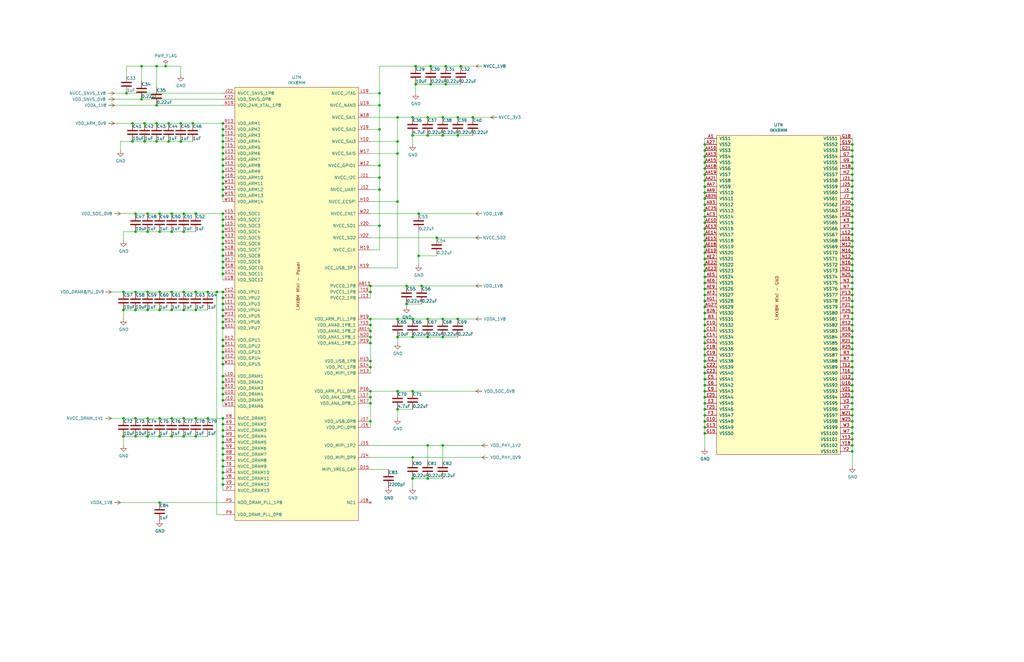
<source format=kicad_sch>
(kicad_sch (version 20231120) (generator "eeschema") (generator_version "8.0")
  (paper "USLedger")
  (title_block (title "kimχ micro") (date "2020-09-27") (rev "0.91") (company "GroupGets, LLC") (comment 2 "https://www.ohwr.org/project/cernohl/wikis/Documents/CERN-OHL-version-2") (comment 3 "Licensed CERN-OHL-S V.2") (comment 4 "Copyright © 2020 GroupGets, LLC"))
  (junction (at 297.18 165.1))
  (junction (at 160.02 44.45))
  (junction (at 297.18 162.56))
  (junction (at 359.41 162.56))
  (junction (at 297.18 137.16))
  (junction (at 297.18 175.26))
  (junction (at 359.41 182.88))
  (junction (at 76.2 52.07))
  (junction (at 93.98 74.93))
  (junction (at 72.39 184.15))
  (junction (at 93.98 191.77))
  (junction (at 186.69 134.62))
  (junction (at 171.45 120.65))
  (junction (at 93.98 62.23))
  (junction (at 62.23 176.53))
  (junction (at 193.04 134.62))
  (junction (at 297.18 119.38))
  (junction (at 156.21 142.24))
  (junction (at 297.18 182.88))
  (junction (at 87.63 176.53))
  (junction (at 297.18 68.58))
  (junction (at 297.18 139.7))
  (junction (at 359.41 99.06))
  (junction (at 59.69 41.91))
  (junction (at 173.99 142.24))
  (junction (at 359.41 177.8))
  (junction (at 60.96 52.07))
  (junction (at 93.98 72.39))
  (junction (at 156.21 137.16))
  (junction (at 175.26 35.56))
  (junction (at 297.18 127))
  (junction (at 297.18 104.14))
  (junction (at 359.41 124.46))
  (junction (at 77.47 123.19))
  (junction (at 359.41 78.74))
  (junction (at 297.18 147.32))
  (junction (at 297.18 144.78))
  (junction (at 67.31 123.19))
  (junction (at 62.23 130.81))
  (junction (at 93.98 59.69))
  (junction (at 359.41 165.1))
  (junction (at 82.55 90.17))
  (junction (at 93.98 158.75))
  (junction (at 66.04 52.07))
  (junction (at 93.98 130.81))
  (junction (at 359.41 86.36))
  (junction (at 160.02 74.93))
  (junction (at 297.18 86.36))
  (junction (at 52.07 184.15))
  (junction (at 93.98 153.67))
  (junction (at 176.53 107.95))
  (junction (at 62.23 184.15))
  (junction (at 297.18 142.24))
  (junction (at 173.99 165.1))
  (junction (at 52.07 123.19))
  (junction (at 167.64 49.53))
  (junction (at 297.18 149.86))
  (junction (at 180.34 57.15))
  (junction (at 181.61 27.94))
  (junction (at 93.98 128.27))
  (junction (at 156.21 123.19))
  (junction (at 297.18 167.64))
  (junction (at 93.98 67.31))
  (junction (at 93.98 97.79))
  (junction (at 297.18 134.62))
  (junction (at 93.98 102.87))
  (junction (at 359.41 66.04))
  (junction (at 76.2 59.69))
  (junction (at 57.15 130.81))
  (junction (at 180.34 134.62))
  (junction (at 359.41 139.7))
  (junction (at 359.41 160.02))
  (junction (at 297.18 157.48))
  (junction (at 93.98 146.05))
  (junction (at 67.31 130.81))
  (junction (at 93.98 125.73))
  (junction (at 71.12 59.69))
  (junction (at 69.85 27.94))
  (junction (at 359.41 91.44))
  (junction (at 180.34 201.93))
  (junction (at 93.98 90.17))
  (junction (at 186.69 187.96))
  (junction (at 297.18 111.76))
  (junction (at 173.99 134.62))
  (junction (at 171.45 128.27))
  (junction (at 359.41 73.66))
  (junction (at 359.41 68.58))
  (junction (at 52.07 176.53))
  (junction (at 82.55 184.15))
  (junction (at 297.18 170.18))
  (junction (at 297.18 91.44))
  (junction (at 77.47 176.53))
  (junction (at 93.98 168.91))
  (junction (at 57.15 97.79))
  (junction (at 297.18 109.22))
  (junction (at 359.41 175.26))
  (junction (at 173.99 49.53))
  (junction (at 62.23 123.19))
  (junction (at 160.02 39.37))
  (junction (at 93.98 151.13))
  (junction (at 160.02 54.61))
  (junction (at 199.39 49.53))
  (junction (at 297.18 93.98))
  (junction (at 359.41 185.42))
  (junction (at 193.04 57.15))
  (junction (at 156.21 177.8))
  (junction (at 93.98 143.51))
  (junction (at 67.31 97.79))
  (junction (at 359.41 101.6))
  (junction (at 186.69 57.15))
  (junction (at 359.41 109.22))
  (junction (at 297.18 154.94))
  (junction (at 91.44 123.19))
  (junction (at 359.41 129.54))
  (junction (at 67.31 184.15))
  (junction (at 66.04 44.45))
  (junction (at 184.15 100.33))
  (junction (at 297.18 180.34))
  (junction (at 297.18 99.06))
  (junction (at 156.21 144.78))
  (junction (at 93.98 123.19))
  (junction (at 359.41 167.64))
  (junction (at 67.31 176.53))
  (junction (at 180.34 49.53))
  (junction (at 93.98 57.15))
  (junction (at 57.15 123.19))
  (junction (at 93.98 105.41))
  (junction (at 359.41 147.32))
  (junction (at 156.21 120.65))
  (junction (at 297.18 88.9))
  (junction (at 297.18 63.5))
  (junction (at 93.98 113.03))
  (junction (at 156.21 139.7))
  (junction (at 93.98 184.15))
  (junction (at 93.98 133.35))
  (junction (at 55.88 52.07))
  (junction (at 66.04 27.94))
  (junction (at 167.64 165.1))
  (junction (at 297.18 76.2))
  (junction (at 93.98 107.95))
  (junction (at 93.98 138.43))
  (junction (at 77.47 130.81))
  (junction (at 187.96 27.94))
  (junction (at 93.98 166.37))
  (junction (at 359.41 180.34))
  (junction (at 93.98 148.59))
  (junction (at 180.34 142.24))
  (junction (at 156.21 167.64))
  (junction (at 297.18 116.84))
  (junction (at 60.96 59.69))
  (junction (at 359.41 152.4))
  (junction (at 297.18 73.66))
  (junction (at 359.41 127))
  (junction (at 67.31 212.09))
  (junction (at 82.55 123.19))
  (junction (at 93.98 186.69))
  (junction (at 359.41 83.82))
  (junction (at 359.41 157.48))
  (junction (at 297.18 129.54))
  (junction (at 359.41 63.5))
  (junction (at 359.41 137.16))
  (junction (at 81.28 52.07))
  (junction (at 359.41 88.9))
  (junction (at 297.18 152.4))
  (junction (at 180.34 187.96))
  (junction (at 72.39 123.19))
  (junction (at 176.53 90.17))
  (junction (at 156.21 154.94))
  (junction (at 82.55 130.81))
  (junction (at 93.98 181.61))
  (junction (at 297.18 114.3))
  (junction (at 359.41 60.96))
  (junction (at 359.41 142.24))
  (junction (at 359.41 134.62))
  (junction (at 297.18 132.08))
  (junction (at 181.61 35.56))
  (junction (at 359.41 96.52))
  (junction (at 53.34 39.37))
  (junction (at 167.64 59.69))
  (junction (at 193.04 49.53))
  (junction (at 173.99 57.15))
  (junction (at 297.18 60.96))
  (junction (at 297.18 83.82))
  (junction (at 59.69 27.94))
  (junction (at 359.41 71.12))
  (junction (at 93.98 52.07))
  (junction (at 297.18 66.04))
  (junction (at 359.41 81.28))
  (junction (at 62.23 97.79))
  (junction (at 160.02 69.85))
  (junction (at 72.39 97.79))
  (junction (at 359.41 104.14))
  (junction (at 77.47 184.15))
  (junction (at 177.8 120.65))
  (junction (at 82.55 176.53))
  (junction (at 297.18 71.12))
  (junction (at 93.98 92.71))
  (junction (at 359.41 154.94))
  (junction (at 93.98 199.39))
  (junction (at 297.18 124.46))
  (junction (at 167.64 142.24))
  (junction (at 93.98 161.29))
  (junction (at 71.12 52.07))
  (junction (at 93.98 80.01))
  (junction (at 186.69 142.24))
  (junction (at 173.99 201.93))
  (junction (at 55.88 59.69))
  (junction (at 359.41 132.08))
  (junction (at 93.98 204.47))
  (junction (at 93.98 54.61))
  (junction (at 167.64 64.77))
  (junction (at 359.41 119.38))
  (junction (at 359.41 114.3))
  (junction (at 57.15 184.15))
  (junction (at 93.98 82.55))
  (junction (at 297.18 101.6))
  (junction (at 359.41 116.84))
  (junction (at 173.99 193.04))
  (junction (at 359.41 170.18))
  (junction (at 156.21 134.62))
  (junction (at 93.98 176.53))
  (junction (at 93.98 77.47))
  (junction (at 186.69 49.53))
  (junction (at 359.41 106.68))
  (junction (at 67.31 90.17))
  (junction (at 194.31 27.94))
  (junction (at 297.18 78.74))
  (junction (at 57.15 90.17))
  (junction (at 72.39 176.53))
  (junction (at 297.18 177.8))
  (junction (at 156.21 152.4))
  (junction (at 52.07 130.81))
  (junction (at 359.41 144.78))
  (junction (at 156.21 165.1))
  (junction (at 57.15 176.53))
  (junction (at 72.39 130.81))
  (junction (at 87.63 123.19))
  (junction (at 93.98 100.33))
  (junction (at 160.02 95.25))
  (junction (at 156.21 170.18))
  (junction (at 93.98 196.85))
  (junction (at 62.23 90.17))
  (junction (at 72.39 90.17))
  (junction (at 175.26 27.94))
  (junction (at 359.41 76.2))
  (junction (at 93.98 64.77))
  (junction (at 93.98 69.85))
  (junction (at 187.96 35.56))
  (junction (at 93.98 115.57))
  (junction (at 93.98 163.83))
  (junction (at 359.41 121.92))
  (junction (at 297.18 172.72))
  (junction (at 160.02 80.01))
  (junction (at 167.64 134.62))
  (junction (at 93.98 110.49))
  (junction (at 93.98 179.07))
  (junction (at 77.47 97.79))
  (junction (at 93.98 135.89))
  (junction (at 93.98 194.31))
  (junction (at 167.64 172.72))
  (junction (at 297.18 81.28))
  (junction (at 359.41 111.76))
  (junction (at 93.98 95.25))
  (junction (at 93.98 201.93))
  (junction (at 297.18 106.68))
  (junction (at 93.98 189.23))
  (junction (at 167.64 85.09))
  (junction (at 359.41 149.86))
  (junction (at 359.41 172.72))
  (junction (at 66.04 59.69))
  (junction (at 77.47 90.17))
  (junction (at 297.18 96.52))
  (junction (at 297.18 121.92))
  (junction (at 297.18 160.02))
  (junction (at 359.41 190.5))
  (junction (at 359.41 93.98))
  (junction (at 359.41 187.96))
  (wire (pts (xy 50.8 59.69) (xy 55.88 59.69)))
  (wire (pts (xy 44.45 123.19) (xy 52.07 123.19)))
  (wire (pts (xy 93.98 52.07) (xy 93.98 54.61)))
  (wire (pts (xy 359.41 83.82) (xy 359.41 81.28)))
  (wire (pts (xy 297.18 144.78) (xy 297.18 147.32)))
  (wire (pts (xy 173.99 193.04) (xy 156.21 193.04)))
  (wire (pts (xy 160.02 39.37) (xy 156.21 39.37)))
  (wire (pts (xy 57.15 184.15) (xy 62.23 184.15)))
  (wire (pts (xy 93.98 135.89) (xy 93.98 138.43)))
  (wire (pts (xy 297.18 149.86) (xy 297.18 152.4)))
  (wire (pts (xy 359.41 68.58) (xy 359.41 66.04)))
  (wire (pts (xy 62.23 184.15) (xy 67.31 184.15)))
  (wire (pts (xy 93.98 151.13) (xy 93.98 153.67)))
  (wire (pts (xy 171.45 128.27) (xy 177.8 128.27)))
  (wire (pts (xy 177.8 120.65) (xy 171.45 120.65)))
  (wire (pts (xy 167.64 113.03) (xy 156.21 113.03)))
  (wire (pts (xy 93.98 128.27) (xy 93.98 130.81)))
  (wire (pts (xy 91.44 217.17) (xy 93.98 217.17)))
  (wire (pts (xy 167.64 59.69) (xy 167.64 64.77)))
  (wire (pts (xy 359.41 129.54) (xy 359.41 127)))
  (wire (pts (xy 203.2 100.33) (xy 184.15 100.33)))
  (wire (pts (xy 297.18 91.44) (xy 297.18 93.98)))
  (wire (pts (xy 173.99 201.93) (xy 180.34 201.93)))
  (wire (pts (xy 93.98 95.25) (xy 93.98 97.79)))
  (wire (pts (xy 297.18 147.32) (xy 297.18 149.86)))
  (wire (pts (xy 62.23 97.79) (xy 67.31 97.79)))
  (wire (pts (xy 45.72 52.07) (xy 55.88 52.07)))
  (wire (pts (xy 67.31 90.17) (xy 72.39 90.17)))
  (wire (pts (xy 93.98 201.93) (xy 93.98 204.47)))
  (wire (pts (xy 67.31 123.19) (xy 72.39 123.19)))
  (wire (pts (xy 67.31 184.15) (xy 72.39 184.15)))
  (wire (pts (xy 93.98 100.33) (xy 93.98 102.87)))
  (wire (pts (xy 359.41 157.48) (xy 359.41 154.94)))
  (wire (pts (xy 160.02 27.94) (xy 160.02 39.37)))
  (wire (pts (xy 203.2 120.65) (xy 177.8 120.65)))
  (wire (pts (xy 359.41 99.06) (xy 359.41 96.52)))
  (wire (pts (xy 359.41 167.64) (xy 359.41 165.1)))
  (wire (pts (xy 205.74 193.04) (xy 173.99 193.04)))
  (wire (pts (xy 359.41 137.16) (xy 359.41 134.62)))
  (wire (pts (xy 359.41 63.5) (xy 359.41 60.96)))
  (wire (pts (xy 66.04 27.94) (xy 59.69 27.94)))
  (wire (pts (xy 181.61 35.56) (xy 187.96 35.56)))
  (wire (pts (xy 93.98 191.77) (xy 93.98 194.31)))
  (wire (pts (xy 297.18 66.04) (xy 297.18 68.58)))
  (wire (pts (xy 167.64 172.72) (xy 173.99 172.72)))
  (wire (pts (xy 67.31 97.79) (xy 72.39 97.79)))
  (wire (pts (xy 359.41 114.3) (xy 359.41 111.76)))
  (wire (pts (xy 48.26 212.09) (xy 67.31 212.09)))
  (wire (pts (xy 87.63 123.19) (xy 91.44 123.19)))
  (wire (pts (xy 186.69 187.96) (xy 205.74 187.96)))
  (wire (pts (xy 93.98 77.47) (xy 93.98 80.01)))
  (wire (pts (xy 186.69 194.31) (xy 186.69 187.96)))
  (wire (pts (xy 297.18 111.76) (xy 297.18 114.3)))
  (wire (pts (xy 87.63 176.53) (xy 93.98 176.53)))
  (wire (pts (xy 359.41 66.04) (xy 359.41 63.5)))
  (wire (pts (xy 59.69 34.29) (xy 59.69 27.94)))
  (wire (pts (xy 297.18 104.14) (xy 297.18 106.68)))
  (wire (pts (xy 297.18 71.12) (xy 297.18 73.66)))
  (wire (pts (xy 93.98 130.81) (xy 93.98 133.35)))
  (wire (pts (xy 359.41 180.34) (xy 359.41 177.8)))
  (wire (pts (xy 173.99 49.53) (xy 180.34 49.53)))
  (wire (pts (xy 180.34 194.31) (xy 180.34 187.96)))
  (wire (pts (xy 167.64 165.1) (xy 156.21 165.1)))
  (wire (pts (xy 160.02 95.25) (xy 160.02 105.41)))
  (wire (pts (xy 82.55 184.15) (xy 87.63 184.15)))
  (wire (pts (xy 297.18 175.26) (xy 297.18 177.8)))
  (wire (pts (xy 187.96 27.94) (xy 181.61 27.94)))
  (wire (pts (xy 93.98 67.31) (xy 93.98 69.85)))
  (wire (pts (xy 359.41 160.02) (xy 359.41 157.48)))
  (wire (pts (xy 72.39 90.17) (xy 77.47 90.17)))
  (wire (pts (xy 156.21 142.24) (xy 156.21 144.78)))
  (wire (pts (xy 66.04 44.45) (xy 93.98 44.45)))
  (wire (pts (xy 156.21 154.94) (xy 156.21 157.48)))
  (wire (pts (xy 60.96 52.07) (xy 66.04 52.07)))
  (wire (pts (xy 297.18 96.52) (xy 297.18 99.06)))
  (wire (pts (xy 167.64 85.09) (xy 156.21 85.09)))
  (wire (pts (xy 93.98 196.85) (xy 93.98 199.39)))
  (wire (pts (xy 93.98 133.35) (xy 93.98 135.89)))
  (wire (pts (xy 52.07 130.81) (xy 57.15 130.81)))
  (wire (pts (xy 186.69 134.62) (xy 193.04 134.62)))
  (wire (pts (xy 297.18 129.54) (xy 297.18 132.08)))
  (wire (pts (xy 163.83 198.12) (xy 156.21 198.12)))
  (wire (pts (xy 156.21 152.4) (xy 156.21 154.94)))
  (wire (pts (xy 156.21 167.64) (xy 156.21 170.18)))
  (wire (pts (xy 67.31 130.81) (xy 72.39 130.81)))
  (wire (pts (xy 93.98 189.23) (xy 93.98 191.77)))
  (wire (pts (xy 359.41 170.18) (xy 359.41 167.64)))
  (wire (pts (xy 186.69 142.24) (xy 193.04 142.24)))
  (wire (pts (xy 199.39 49.53) (xy 209.55 49.53)))
  (wire (pts (xy 180.34 142.24) (xy 186.69 142.24)))
  (wire (pts (xy 180.34 201.93) (xy 186.69 201.93)))
  (wire (pts (xy 93.98 184.15) (xy 93.98 186.69)))
  (wire (pts (xy 93.98 74.93) (xy 93.98 77.47)))
  (wire (pts (xy 72.39 176.53) (xy 77.47 176.53)))
  (wire (pts (xy 93.98 163.83) (xy 93.98 166.37)))
  (wire (pts (xy 156.21 134.62) (xy 156.21 137.16)))
  (wire (pts (xy 156.21 139.7) (xy 156.21 142.24)))
  (wire (pts (xy 297.18 114.3) (xy 297.18 116.84)))
  (wire (pts (xy 167.64 49.53) (xy 156.21 49.53)))
  (wire (pts (xy 167.64 142.24) (xy 173.99 142.24)))
  (wire (pts (xy 53.34 27.94) (xy 53.34 31.75)))
  (wire (pts (xy 297.18 86.36) (xy 297.18 88.9)))
  (wire (pts (xy 72.39 184.15) (xy 77.47 184.15)))
  (wire (pts (xy 297.18 83.82) (xy 297.18 86.36)))
  (wire (pts (xy 93.98 168.91) (xy 93.98 171.45)))
  (wire (pts (xy 93.98 69.85) (xy 93.98 72.39)))
  (wire (pts (xy 160.02 44.45) (xy 160.02 54.61)))
  (wire (pts (xy 156.21 74.93) (xy 160.02 74.93)))
  (wire (pts (xy 48.26 90.17) (xy 57.15 90.17)))
  (wire (pts (xy 93.98 80.01) (xy 93.98 82.55)))
  (wire (pts (xy 359.41 154.94) (xy 359.41 152.4)))
  (wire (pts (xy 359.41 60.96) (xy 359.41 58.42)))
  (wire (pts (xy 57.15 130.81) (xy 62.23 130.81)))
  (wire (pts (xy 176.53 97.79) (xy 176.53 107.95)))
  (wire (pts (xy 69.85 27.94) (xy 66.04 27.94)))
  (wire (pts (xy 359.41 172.72) (xy 359.41 170.18)))
  (wire (pts (xy 175.26 27.94) (xy 160.02 27.94)))
  (wire (pts (xy 297.18 182.88) (xy 297.18 189.23)))
  (wire (pts (xy 52.07 97.79) (xy 57.15 97.79)))
  (wire (pts (xy 53.34 39.37) (xy 93.98 39.37)))
  (wire (pts (xy 359.41 177.8) (xy 359.41 175.26)))
  (wire (pts (xy 77.47 184.15) (xy 82.55 184.15)))
  (wire (pts (xy 156.21 120.65) (xy 156.21 123.19)))
  (wire (pts (xy 67.31 176.53) (xy 72.39 176.53)))
  (wire (pts (xy 359.41 175.26) (xy 359.41 172.72)))
  (wire (pts (xy 193.04 134.62) (xy 203.2 134.62)))
  (wire (pts (xy 72.39 97.79) (xy 77.47 97.79)))
  (wire (pts (xy 160.02 54.61) (xy 156.21 54.61)))
  (wire (pts (xy 184.15 100.33) (xy 156.21 100.33)))
  (wire (pts (xy 160.02 95.25) (xy 156.21 95.25)))
  (wire (pts (xy 59.69 41.91) (xy 93.98 41.91)))
  (wire (pts (xy 76.2 27.94) (xy 69.85 27.94)))
  (wire (pts (xy 156.21 69.85) (xy 160.02 69.85)))
  (wire (pts (xy 91.44 123.19) (xy 91.44 217.17)))
  (wire (pts (xy 297.18 60.96) (xy 297.18 63.5)))
  (wire (pts (xy 93.98 54.61) (xy 93.98 57.15)))
  (wire (pts (xy 297.18 180.34) (xy 297.18 182.88)))
  (wire (pts (xy 173.99 142.24) (xy 180.34 142.24)))
  (wire (pts (xy 297.18 93.98) (xy 297.18 96.52)))
  (wire (pts (xy 359.41 73.66) (xy 359.41 71.12)))
  (wire (pts (xy 359.41 162.56) (xy 359.41 160.02)))
  (wire (pts (xy 297.18 137.16) (xy 297.18 139.7)))
  (wire (pts (xy 93.98 181.61) (xy 93.98 184.15)))
  (wire (pts (xy 52.07 134.62) (xy 52.07 130.81)))
  (wire (pts (xy 160.02 54.61) (xy 160.02 69.85)))
  (wire (pts (xy 297.18 81.28) (xy 297.18 83.82)))
  (wire (pts (xy 297.18 121.92) (xy 297.18 124.46)))
  (wire (pts (xy 297.18 172.72) (xy 297.18 175.26)))
  (wire (pts (xy 45.72 44.45) (xy 66.04 44.45)))
  (wire (pts (xy 167.64 49.53) (xy 173.99 49.53)))
  (wire (pts (xy 187.96 35.56) (xy 194.31 35.56)))
  (wire (pts (xy 60.96 59.69) (xy 66.04 59.69)))
  (wire (pts (xy 359.41 132.08) (xy 359.41 129.54)))
  (wire (pts (xy 156.21 165.1) (xy 156.21 167.64)))
  (wire (pts (xy 297.18 116.84) (xy 297.18 119.38)))
  (wire (pts (xy 93.98 115.57) (xy 93.98 118.11)))
  (wire (pts (xy 297.18 134.62) (xy 297.18 137.16)))
  (wire (pts (xy 359.41 119.38) (xy 359.41 116.84)))
  (wire (pts (xy 52.07 184.15) (xy 57.15 184.15)))
  (wire (pts (xy 160.02 39.37) (xy 160.02 44.45)))
  (wire (pts (xy 297.18 63.5) (xy 297.18 66.04)))
  (wire (pts (xy 76.2 31.75) (xy 76.2 27.94)))
  (wire (pts (xy 297.18 167.64) (xy 297.18 170.18)))
  (wire (pts (xy 93.98 92.71) (xy 93.98 95.25)))
  (wire (pts (xy 297.18 162.56) (xy 297.18 165.1)))
  (wire (pts (xy 297.18 58.42) (xy 297.18 60.96)))
  (wire (pts (xy 93.98 72.39) (xy 93.98 74.93)))
  (wire (pts (xy 93.98 113.03) (xy 93.98 115.57)))
  (wire (pts (xy 93.98 62.23) (xy 93.98 64.77)))
  (wire (pts (xy 93.98 199.39) (xy 93.98 201.93)))
  (wire (pts (xy 359.41 88.9) (xy 359.41 86.36)))
  (wire (pts (xy 82.55 123.19) (xy 87.63 123.19)))
  (wire (pts (xy 167.64 64.77) (xy 156.21 64.77)))
  (wire (pts (xy 93.98 102.87) (xy 93.98 105.41)))
  (wire (pts (xy 93.98 138.43) (xy 93.98 143.51)))
  (wire (pts (xy 160.02 44.45) (xy 156.21 44.45)))
  (wire (pts (xy 180.34 187.96) (xy 156.21 187.96)))
  (wire (pts (xy 55.88 52.07) (xy 60.96 52.07)))
  (wire (pts (xy 160.02 80.01) (xy 160.02 95.25)))
  (wire (pts (xy 93.98 194.31) (xy 93.98 196.85)))
  (wire (pts (xy 45.72 39.37) (xy 53.34 39.37)))
  (wire (pts (xy 176.53 111.76) (xy 176.53 107.95)))
  (wire (pts (xy 156.21 80.01) (xy 160.02 80.01)))
  (wire (pts (xy 173.99 134.62) (xy 167.64 134.62)))
  (wire (pts (xy 81.28 52.07) (xy 93.98 52.07)))
  (wire (pts (xy 77.47 123.19) (xy 82.55 123.19)))
  (wire (pts (xy 77.47 130.81) (xy 82.55 130.81)))
  (wire (pts (xy 93.98 179.07) (xy 93.98 181.61)))
  (wire (pts (xy 93.98 97.79) (xy 93.98 100.33)))
  (wire (pts (xy 180.34 134.62) (xy 173.99 134.62)))
  (wire (pts (xy 297.18 160.02) (xy 297.18 162.56)))
  (wire (pts (xy 62.23 123.19) (xy 67.31 123.19)))
  (wire (pts (xy 72.39 123.19) (xy 77.47 123.19)))
  (wire (pts (xy 156.21 137.16) (xy 156.21 139.7)))
  (wire (pts (xy 93.98 125.73) (xy 93.98 128.27)))
  (wire (pts (xy 297.18 109.22) (xy 297.18 111.76)))
  (wire (pts (xy 167.64 176.53) (xy 167.64 172.72)))
  (wire (pts (xy 359.41 152.4) (xy 359.41 149.86)))
  (wire (pts (xy 297.18 124.46) (xy 297.18 127)))
  (wire (pts (xy 359.41 76.2) (xy 359.41 73.66)))
  (wire (pts (xy 297.18 101.6) (xy 297.18 104.14)))
  (wire (pts (xy 359.41 78.74) (xy 359.41 76.2)))
  (wire (pts (xy 93.98 90.17) (xy 93.98 92.71)))
  (wire (pts (xy 167.64 64.77) (xy 167.64 85.09)))
  (wire (pts (xy 93.98 153.67) (xy 93.98 158.75)))
  (wire (pts (xy 156.21 90.17) (xy 176.53 90.17)))
  (wire (pts (xy 359.41 86.36) (xy 359.41 83.82)))
  (wire (pts (xy 167.64 134.62) (xy 156.21 134.62)))
  (wire (pts (xy 199.39 57.15) (xy 193.04 57.15)))
  (wire (pts (xy 359.41 190.5) (xy 359.41 187.96)))
  (wire (pts (xy 156.21 144.78) (xy 156.21 152.4)))
  (wire (pts (xy 160.02 74.93) (xy 160.02 80.01)))
  (wire (pts (xy 297.18 152.4) (xy 297.18 154.94)))
  (wire (pts (xy 93.98 82.55) (xy 93.98 85.09)))
  (wire (pts (xy 93.98 105.41) (xy 93.98 107.95)))
  (wire (pts (xy 72.39 130.81) (xy 77.47 130.81)))
  (wire (pts (xy 66.04 52.07) (xy 71.12 52.07)))
  (wire (pts (xy 359.41 185.42) (xy 359.41 182.88)))
  (wire (pts (xy 55.88 59.69) (xy 60.96 59.69)))
  (wire (pts (xy 93.98 204.47) (xy 93.98 207.01)))
  (wire (pts (xy 359.41 109.22) (xy 359.41 106.68)))
  (wire (pts (xy 181.61 27.94) (xy 175.26 27.94)))
  (wire (pts (xy 71.12 52.07) (xy 76.2 52.07)))
  (wire (pts (xy 359.41 182.88) (xy 359.41 180.34)))
  (wire (pts (xy 359.41 91.44) (xy 359.41 88.9)))
  (wire (pts (xy 156.21 123.19) (xy 156.21 125.73)))
  (wire (pts (xy 82.55 176.53) (xy 87.63 176.53)))
  (wire (pts (xy 44.45 176.53) (xy 52.07 176.53)))
  (wire (pts (xy 171.45 129.54) (xy 171.45 128.27)))
  (wire (pts (xy 359.41 190.5) (xy 359.41 196.85)))
  (wire (pts (xy 167.64 59.69) (xy 156.21 59.69)))
  (wire (pts (xy 359.41 134.62) (xy 359.41 132.08)))
  (wire (pts (xy 93.98 110.49) (xy 93.98 113.03)))
  (wire (pts (xy 203.2 165.1) (xy 173.99 165.1)))
  (wire (pts (xy 167.64 144.78) (xy 167.64 142.24)))
  (wire (pts (xy 77.47 97.79) (xy 82.55 97.79)))
  (wire (pts (xy 62.23 176.53) (xy 67.31 176.53)))
  (wire (pts (xy 93.98 161.29) (xy 93.98 163.83)))
  (wire (pts (xy 93.98 146.05) (xy 93.98 148.59)))
  (wire (pts (xy 57.15 123.19) (xy 62.23 123.19)))
  (wire (pts (xy 186.69 57.15) (xy 180.34 57.15)))
  (wire (pts (xy 62.23 130.81) (xy 67.31 130.81)))
  (wire (pts (xy 91.44 123.19) (xy 93.98 123.19)))
  (wire (pts (xy 359.41 104.14) (xy 359.41 101.6)))
  (wire (pts (xy 173.99 205.74) (xy 173.99 201.93)))
  (wire (pts (xy 52.07 97.79) (xy 52.07 101.6)))
  (wire (pts (xy 93.98 123.19) (xy 93.98 125.73)))
  (wire (pts (xy 66.04 36.83) (xy 66.04 27.94)))
  (wire (pts (xy 297.18 106.68) (xy 297.18 109.22)))
  (wire (pts (xy 297.18 99.06) (xy 297.18 101.6)))
  (wire (pts (xy 297.18 154.94) (xy 297.18 157.48)))
  (wire (pts (xy 93.98 57.15) (xy 93.98 59.69)))
  (wire (pts (xy 77.47 176.53) (xy 82.55 176.53)))
  (wire (pts (xy 186.69 49.53) (xy 193.04 49.53)))
  (wire (pts (xy 52.07 187.96) (xy 52.07 184.15)))
  (wire (pts (xy 297.18 73.66) (xy 297.18 76.2)))
  (wire (pts (xy 203.2 90.17) (xy 176.53 90.17)))
  (wire (pts (xy 62.23 90.17) (xy 67.31 90.17)))
  (wire (pts (xy 359.41 144.78) (xy 359.41 142.24)))
  (wire (pts (xy 176.53 107.95) (xy 184.15 107.95)))
  (wire (pts (xy 186.69 187.96) (xy 180.34 187.96)))
  (wire (pts (xy 93.98 148.59) (xy 93.98 151.13)))
  (wire (pts (xy 173.99 194.31) (xy 173.99 193.04)))
  (wire (pts (xy 203.2 27.94) (xy 194.31 27.94)))
  (wire (pts (xy 57.15 90.17) (xy 62.23 90.17)))
  (wire (pts (xy 186.69 134.62) (xy 180.34 134.62)))
  (wire (pts (xy 194.31 27.94) (xy 187.96 27.94)))
  (wire (pts (xy 359.41 121.92) (xy 359.41 119.38)))
  (wire (pts (xy 297.18 165.1) (xy 297.18 167.64)))
  (wire (pts (xy 93.98 186.69) (xy 93.98 189.23)))
  (wire (pts (xy 359.41 93.98) (xy 359.41 91.44)))
  (wire (pts (xy 193.04 49.53) (xy 199.39 49.53)))
  (wire (pts (xy 156.21 177.8) (xy 156.21 180.34)))
  (wire (pts (xy 160.02 69.85) (xy 160.02 74.93)))
  (wire (pts (xy 297.18 132.08) (xy 297.18 134.62)))
  (wire (pts (xy 193.04 57.15) (xy 186.69 57.15)))
  (wire (pts (xy 93.98 143.51) (xy 93.98 146.05)))
  (wire (pts (xy 57.15 97.79) (xy 62.23 97.79)))
  (wire (pts (xy 297.18 142.24) (xy 297.18 144.78)))
  (wire (pts (xy 59.69 27.94) (xy 53.34 27.94)))
  (wire (pts (xy 359.41 96.52) (xy 359.41 93.98)))
  (wire (pts (xy 297.18 119.38) (xy 297.18 121.92)))
  (wire (pts (xy 156.21 170.18) (xy 156.21 177.8)))
  (wire (pts (xy 171.45 120.65) (xy 156.21 120.65)))
  (wire (pts (xy 93.98 64.77) (xy 93.98 67.31)))
  (wire (pts (xy 359.41 165.1) (xy 359.41 162.56)))
  (wire (pts (xy 76.2 59.69) (xy 81.28 59.69)))
  (wire (pts (xy 82.55 130.81) (xy 87.63 130.81)))
  (wire (pts (xy 67.31 212.09) (xy 93.98 212.09)))
  (wire (pts (xy 359.41 101.6) (xy 359.41 99.06)))
  (wire (pts (xy 71.12 59.69) (xy 76.2 59.69)))
  (wire (pts (xy 297.18 76.2) (xy 297.18 78.74)))
  (wire (pts (xy 297.18 78.74) (xy 297.18 81.28)))
  (wire (pts (xy 359.41 147.32) (xy 359.41 144.78)))
  (wire (pts (xy 359.41 81.28) (xy 359.41 78.74)))
  (wire (pts (xy 297.18 177.8) (xy 297.18 180.34)))
  (wire (pts (xy 93.98 59.69) (xy 93.98 62.23)))
  (wire (pts (xy 359.41 187.96) (xy 359.41 185.42)))
  (wire (pts (xy 180.34 57.15) (xy 173.99 57.15)))
  (wire (pts (xy 50.8 59.69) (xy 50.8 63.5)))
  (wire (pts (xy 297.18 127) (xy 297.18 129.54)))
  (wire (pts (xy 175.26 35.56) (xy 181.61 35.56)))
  (wire (pts (xy 359.41 116.84) (xy 359.41 114.3)))
  (wire (pts (xy 82.55 90.17) (xy 93.98 90.17)))
  (wire (pts (xy 175.26 39.37) (xy 175.26 35.56)))
  (wire (pts (xy 359.41 124.46) (xy 359.41 121.92)))
  (wire (pts (xy 297.18 157.48) (xy 297.18 160.02)))
  (wire (pts (xy 297.18 139.7) (xy 297.18 142.24)))
  (wire (pts (xy 359.41 139.7) (xy 359.41 137.16)))
  (wire (pts (xy 173.99 165.1) (xy 167.64 165.1)))
  (wire (pts (xy 93.98 166.37) (xy 93.98 168.91)))
  (wire (pts (xy 76.2 52.07) (xy 81.28 52.07)))
  (wire (pts (xy 66.04 59.69) (xy 71.12 59.69)))
  (wire (pts (xy 297.18 170.18) (xy 297.18 172.72)))
  (wire (pts (xy 173.99 60.96) (xy 173.99 57.15)))
  (wire (pts (xy 45.72 41.91) (xy 59.69 41.91)))
  (wire (pts (xy 160.02 105.41) (xy 156.21 105.41)))
  (wire (pts (xy 359.41 149.86) (xy 359.41 147.32)))
  (wire (pts (xy 93.98 158.75) (xy 93.98 161.29)))
  (wire (pts (xy 297.18 68.58) (xy 297.18 71.12)))
  (wire (pts (xy 52.07 176.53) (xy 57.15 176.53)))
  (wire (pts (xy 359.41 71.12) (xy 359.41 68.58)))
  (wire (pts (xy 167.64 49.53) (xy 167.64 59.69)))
  (wire (pts (xy 167.64 85.09) (xy 167.64 113.03)))
  (wire (pts (xy 93.98 176.53) (xy 93.98 179.07)))
  (wire (pts (xy 359.41 142.24) (xy 359.41 139.7)))
  (wire (pts (xy 180.34 49.53) (xy 186.69 49.53)))
  (wire (pts (xy 93.98 107.95) (xy 93.98 110.49)))
  (wire (pts (xy 359.41 106.68) (xy 359.41 104.14)))
  (wire (pts (xy 77.47 90.17) (xy 82.55 90.17)))
  (wire (pts (xy 297.18 88.9) (xy 297.18 91.44)))
  (wire (pts (xy 57.15 176.53) (xy 62.23 176.53)))
  (wire (pts (xy 359.41 111.76) (xy 359.41 109.22)))
  (wire (pts (xy 359.41 127) (xy 359.41 124.46)))
  (wire (pts (xy 52.07 123.19) (xy 57.15 123.19)))
  (symbol (lib_id "power:GND") (at 297.18 189.23 0) (unit 1)
    (property "Reference" "#PWR?" (effects (hide yes)))
    (property "Value" "GND" (at 297.307 193.6242 0))
    (instances (project "" (path "" (reference "#PWR?") (unit 1)) (path "" (reference "#PWR075") (unit 1))))
  )
  (symbol (lib_id "power:GND") (at 359.41 196.85 0) (unit 1)
    (property "Reference" "#PWR?" (effects (hide yes)))
    (property "Value" "GND" (at 359.537 201.2442 0))
    (instances (project "" (path "" (reference "#PWR?") (unit 1)) (path "" (reference "#PWR077") (unit 1))))
  )
  (symbol (lib_id "mxenc:MIMX8MM6DVTLZAA") (at 328.93 125.73 0) (unit 14)
    (property "Reference" "U?" (at 328.295 52.705 0))
    (property "Value" "IMX8MM" (at 328.295 55.0164 0))
    (property "Footprint" "mxenc:BGA-729_27x27_14.0x14.0mm" (effects (hide yes)))
    (property "Mfgr" "NXP" (effects (hide yes)))
    (property "Vendorpart" "568-15276-ND" (effects (hide yes)))
    (property "Mfgrpart" "MIMX8MM6CVTKZAA" (effects (hide yes)))
    (instances (project "" (path "" (reference "U?") (unit 14)) (path "" (reference "U1") (unit 14))))
  )
  (symbol (lib_id "mxenc:MIMX8MM6DVTLZAA") (at 125.73 105.41 0) (unit 13)
    (property "Reference" "U?" (at 125.095 32.639 0))
    (property "Value" "IMX8MM" (at 125.095 34.9504 0))
    (property "Footprint" "mxenc:BGA-729_27x27_14.0x14.0mm" (effects (hide yes)))
    (property "Mfgr" "NXP" (effects (hide yes)))
    (property "Vendorpart" "568-15276-ND" (effects (hide yes)))
    (property "Mfgrpart" "MIMX8MM6CVTKZAA" (effects (hide yes)))
    (instances (project "" (path "" (reference "U?") (unit 13)) (path "" (reference "U1") (unit 13))))
  )
  (symbol (lib_id "mxenc:VDD_SNVS_0V8") (at 45.72 41.91 270) (unit 1)
    (property "Reference" "#PWR053" (effects (hide yes)))
    (property "Value" "VDD_SNVS_0V8" (at 30.48 41.91 90) (effects (justify left)))
  )
  (symbol (lib_id "mxenc:NVCC_SNVS_1V8") (at 45.72 39.37 270) (unit 1)
    (property "Reference" "#PWR051" (effects (hide yes)))
    (property "Value" "NVCC_SNVS_1V8" (at 29.21 39.37 90) (effects (justify left)))
  )
  (symbol (lib_id "mxenc:VDDA_1V8") (at 45.72 44.45 270) (unit 1)
    (property "Reference" "#PWR054" (effects (hide yes)))
    (property "Value" "VDDA_1V8" (at 35.56 44.45 90) (effects (justify left)))
  )
  (symbol (lib_id "mxenc:VDD_ARM_0V9") (at 45.72 52.07 270) (unit 1)
    (property "Reference" "#PWR056" (effects (hide yes)))
    (property "Value" "VDD_ARM_0V9" (at 31.75 52.07 90) (effects (justify left)))
  )
  (symbol (lib_id "mxenc:VDD_SOC_0V8") (at 48.26 90.17 270) (unit 1)
    (property "Reference" "#PWR059" (effects (hide yes)))
    (property "Value" "VDD_SOC_0V8" (at 34.29 90.17 90) (effects (justify left)))
  )
  (symbol (lib_id "mxenc:VDD_DRAM&PU_0V9") (at 44.45 123.19 270) (unit 1)
    (property "Reference" "#PWR065" (effects (hide yes)))
    (property "Value" "VDD_DRAM&PU_0V9" (at 25.4 123.19 90) (effects (justify left)))
  )
  (symbol (lib_id "mxenc:NVCC_DRAM_1V1") (at 44.45 176.53 270) (unit 1)
    (property "Reference" "#PWR071" (effects (hide yes)))
    (property "Value" "NVCC_DRAM_1V1" (at 27.94 176.53 90) (effects (justify left)))
  )
  (symbol (lib_id "mxenc:VDDA_1V8") (at 48.26 212.09 270) (unit 1)
    (property "Reference" "#PWR080" (effects (hide yes)))
    (property "Value" "VDDA_1V8" (at 38.1 212.09 90) (effects (justify left)))
  )
  (symbol (lib_id "Device:C") (at 52.07 127 0) (unit 1)
    (property "Reference" "C57" (at 52.07 124.46 0) (effects (justify left)))
    (property "Value" "10uF" (at 52.07 129.54 0) (effects (justify left)))
    (property "Footprint" "Capacitor_SMD:C_0402_1005Metric" (effects (hide yes)))
    (property "Mfgr" "Murata" (effects (hide yes)))
    (property "Vendorpart" "490-13233-1-ND" (effects (hide yes)))
    (property "Mfgrpart" "GRM155C80J106ME11D" (effects (hide yes)))
  )
  (symbol (lib_id "Device:C") (at 57.15 127 0) (unit 1)
    (property "Reference" "C58" (at 57.15 124.46 0) (effects (justify left)))
    (property "Value" "10uF" (at 57.15 129.54 0) (effects (justify left)))
    (property "Footprint" "Capacitor_SMD:C_0402_1005Metric" (effects (hide yes)))
    (property "Mfgr" "Murata" (effects (hide yes)))
    (property "Vendorpart" "490-13233-1-ND" (effects (hide yes)))
    (property "Mfgrpart" "GRM155C80J106ME11D" (effects (hide yes)))
  )
  (symbol (lib_id "Device:C") (at 62.23 127 0) (unit 1)
    (property "Reference" "C59" (at 62.23 124.46 0) (effects (justify left)))
    (property "Value" "1uF" (at 62.23 129.54 0) (effects (justify left)))
    (property "Footprint" "Capacitor_SMD:C_0201_0603Metric" (effects (hide yes)))
    (property "Mfgr" "Murata" (effects (hide yes)))
    (property "Vendorpart" "490-18622-1-ND" (effects (hide yes)))
    (property "Mfgrpart" "GRM033C80G105ME05D" (effects (hide yes)))
  )
  (symbol (lib_id "Device:C") (at 67.31 127 0) (unit 1)
    (property "Reference" "C60" (at 67.31 124.46 0) (effects (justify left)))
    (property "Value" "1uF" (at 67.31 129.54 0) (effects (justify left)))
    (property "Footprint" "Capacitor_SMD:C_0201_0603Metric" (effects (hide yes)))
    (property "Mfgr" "Murata" (effects (hide yes)))
    (property "Vendorpart" "490-18622-1-ND" (effects (hide yes)))
    (property "Mfgrpart" "GRM033C80G105ME05D" (effects (hide yes)))
  )
  (symbol (lib_id "Device:C") (at 72.39 127 0) (unit 1)
    (property "Reference" "C61" (at 72.39 124.46 0) (effects (justify left)))
    (property "Value" "1uF" (at 72.39 129.54 0) (effects (justify left)))
    (property "Footprint" "Capacitor_SMD:C_0201_0603Metric" (effects (hide yes)))
    (property "Mfgr" "Murata" (effects (hide yes)))
    (property "Vendorpart" "490-18622-1-ND" (effects (hide yes)))
    (property "Mfgrpart" "GRM033C80G105ME05D" (effects (hide yes)))
  )
  (symbol (lib_id "Device:C") (at 77.47 127 0) (unit 1)
    (property "Reference" "C62" (at 77.47 124.46 0) (effects (justify left)))
    (property "Value" "1uF" (at 77.47 129.54 0) (effects (justify left)))
    (property "Footprint" "Capacitor_SMD:C_0201_0603Metric" (effects (hide yes)))
    (property "Mfgr" "Murata" (effects (hide yes)))
    (property "Vendorpart" "490-18622-1-ND" (effects (hide yes)))
    (property "Mfgrpart" "GRM033C80G105ME05D" (effects (hide yes)))
  )
  (symbol (lib_id "Device:C") (at 82.55 127 0) (unit 1)
    (property "Reference" "C63" (at 82.55 124.46 0) (effects (justify left)))
    (property "Value" "1uF" (at 82.55 129.54 0) (effects (justify left)))
    (property "Footprint" "Capacitor_SMD:C_0201_0603Metric" (effects (hide yes)))
    (property "Mfgr" "Murata" (effects (hide yes)))
    (property "Vendorpart" "490-18622-1-ND" (effects (hide yes)))
    (property "Mfgrpart" "GRM033C80G105ME05D" (effects (hide yes)))
  )
  (symbol (lib_id "Device:C") (at 87.63 127 0) (unit 1)
    (property "Reference" "C64" (at 87.63 124.46 0) (effects (justify left)))
    (property "Value" "1uF" (at 87.63 129.54 0) (effects (justify left)))
    (property "Footprint" "Capacitor_SMD:C_0201_0603Metric" (effects (hide yes)))
    (property "Mfgr" "Murata" (effects (hide yes)))
    (property "Vendorpart" "490-18622-1-ND" (effects (hide yes)))
    (property "Mfgrpart" "GRM033C80G105ME05D" (effects (hide yes)))
  )
  (symbol (lib_id "power:GND") (at 52.07 134.62 0) (unit 1)
    (property "Reference" "#PWR067" (effects (hide yes)))
    (property "Value" "GND" (at 52.197 139.0142 0))
  )
  (symbol (lib_id "mxenc:NVCC_1V8") (at 203.2 27.94 90) (unit 1)
    (property "Reference" "#PWR049" (effects (hide yes)))
    (property "Value" "NVCC_1V8" (at 213.36 27.94 90) (effects (justify left)))
  )
  (symbol (lib_id "mxenc:NVCC_3V3") (at 209.55 49.53 90) (unit 1)
    (property "Reference" "#PWR055" (effects (hide yes)))
    (property "Value" "NVCC_3V3" (at 219.71 49.53 90) (effects (justify left)))
  )
  (symbol (lib_id "mxenc:VDD_1V8") (at 203.2 90.17 90) (unit 1)
    (property "Reference" "#PWR060" (effects (hide yes)))
    (property "Value" "VDD_1V8" (at 212.09 90.17 90) (effects (justify left)))
  )
  (symbol (lib_id "mxenc:NVCC_SD2") (at 203.2 100.33 90) (unit 1)
    (property "Reference" "#PWR061" (effects (hide yes)))
    (property "Value" "NVCC_SD2" (at 213.36 100.33 90) (effects (justify left)))
  )
  (symbol (lib_id "mxenc:VDD_1V8") (at 203.2 120.65 90) (unit 1)
    (property "Reference" "#PWR064" (effects (hide yes)))
    (property "Value" "VDD_1V8" (at 212.09 120.65 90) (effects (justify left)))
  )
  (symbol (lib_id "mxenc:VDDA_1V8") (at 203.2 134.62 90) (unit 1)
    (property "Reference" "#PWR068" (effects (hide yes)))
    (property "Value" "VDDA_1V8" (at 213.36 134.62 90) (effects (justify left)))
  )
  (symbol (lib_id "mxenc:VDD_SOC_0V8") (at 203.2 165.1 90) (unit 1)
    (property "Reference" "#PWR070" (effects (hide yes)))
    (property "Value" "VDD_SOC_0V8" (at 217.17 165.1 90) (effects (justify left)))
  )
  (symbol (lib_id "mxenc:VDD_PHY_1V2") (at 205.74 187.96 90) (unit 1)
    (property "Reference" "#PWR074" (effects (hide yes)))
    (property "Value" "VDD_PHY_1V2" (at 219.71 187.96 90) (effects (justify left)))
  )
  (symbol (lib_id "mxenc:VDD_PHY_0V9") (at 205.74 193.04 90) (unit 1)
    (property "Reference" "#PWR076" (effects (hide yes)))
    (property "Value" "VDD_PHY_0V9" (at 219.71 193.04 90) (effects (justify left)))
  )
  (symbol (lib_id "Device:C") (at 57.15 93.98 0) (unit 1)
    (property "Reference" "C47" (at 57.15 91.44 0) (effects (justify left)))
    (property "Value" "10uF" (at 57.15 96.52 0) (effects (justify left)))
    (property "Footprint" "Capacitor_SMD:C_0402_1005Metric" (effects (hide yes)))
    (property "Mfgr" "Murata" (effects (hide yes)))
    (property "Vendorpart" "490-13233-1-ND" (effects (hide yes)))
    (property "Mfgrpart" "GRM155C80J106ME11D" (effects (hide yes)))
  )
  (symbol (lib_id "Device:C") (at 62.23 93.98 0) (unit 1)
    (property "Reference" "C48" (at 62.23 91.44 0) (effects (justify left)))
    (property "Value" "1uF" (at 62.23 96.52 0) (effects (justify left)))
    (property "Footprint" "Capacitor_SMD:C_0201_0603Metric" (effects (hide yes)))
    (property "Mfgr" "Murata" (effects (hide yes)))
    (property "Vendorpart" "490-18622-1-ND" (effects (hide yes)))
    (property "Mfgrpart" "GRM033C80G105ME05D" (effects (hide yes)))
  )
  (symbol (lib_id "Device:C") (at 67.31 93.98 0) (unit 1)
    (property "Reference" "C49" (at 67.31 91.44 0) (effects (justify left)))
    (property "Value" "1uF" (at 67.31 96.52 0) (effects (justify left)))
    (property "Footprint" "Capacitor_SMD:C_0201_0603Metric" (effects (hide yes)))
    (property "Mfgr" "Murata" (effects (hide yes)))
    (property "Vendorpart" "490-18622-1-ND" (effects (hide yes)))
    (property "Mfgrpart" "GRM033C80G105ME05D" (effects (hide yes)))
  )
  (symbol (lib_id "Device:C") (at 72.39 93.98 0) (unit 1)
    (property "Reference" "C50" (at 72.39 91.44 0) (effects (justify left)))
    (property "Value" "1uF" (at 72.39 96.52 0) (effects (justify left)))
    (property "Footprint" "Capacitor_SMD:C_0201_0603Metric" (effects (hide yes)))
    (property "Mfgr" "Murata" (effects (hide yes)))
    (property "Vendorpart" "490-18622-1-ND" (effects (hide yes)))
    (property "Mfgrpart" "GRM033C80G105ME05D" (effects (hide yes)))
  )
  (symbol (lib_id "Device:C") (at 77.47 93.98 0) (unit 1)
    (property "Reference" "C51" (at 77.47 91.44 0) (effects (justify left)))
    (property "Value" "1uF" (at 77.47 96.52 0) (effects (justify left)))
    (property "Footprint" "Capacitor_SMD:C_0201_0603Metric" (effects (hide yes)))
    (property "Mfgr" "Murata" (effects (hide yes)))
    (property "Vendorpart" "490-18622-1-ND" (effects (hide yes)))
    (property "Mfgrpart" "GRM033C80G105ME05D" (effects (hide yes)))
  )
  (symbol (lib_id "Device:C") (at 82.55 93.98 0) (unit 1)
    (property "Reference" "C52" (at 82.55 91.44 0) (effects (justify left)))
    (property "Value" "1uF" (at 82.55 96.52 0) (effects (justify left)))
    (property "Footprint" "Capacitor_SMD:C_0201_0603Metric" (effects (hide yes)))
    (property "Mfgr" "Murata" (effects (hide yes)))
    (property "Vendorpart" "490-18622-1-ND" (effects (hide yes)))
    (property "Mfgrpart" "GRM033C80G105ME05D" (effects (hide yes)))
  )
  (symbol (lib_id "power:GND") (at 52.07 101.6 0) (unit 1)
    (property "Reference" "#PWR062" (effects (hide yes)))
    (property "Value" "GND" (at 52.197 105.9942 0))
  )
  (symbol (lib_id "Device:C") (at 55.88 55.88 0) (unit 1)
    (property "Reference" "C41" (at 55.88 53.34 0) (effects (justify left)))
    (property "Value" "10uF" (at 55.88 58.42 0) (effects (justify left)))
    (property "Footprint" "Capacitor_SMD:C_0402_1005Metric" (effects (hide yes)))
    (property "Mfgr" "Murata" (effects (hide yes)))
    (property "Vendorpart" "490-13233-1-ND" (effects (hide yes)))
    (property "Mfgrpart" "GRM155C80J106ME11D" (effects (hide yes)))
  )
  (symbol (lib_id "Device:C") (at 60.96 55.88 0) (unit 1)
    (property "Reference" "C42" (at 60.96 53.34 0) (effects (justify left)))
    (property "Value" "1uF" (at 60.96 58.42 0) (effects (justify left)))
    (property "Footprint" "Capacitor_SMD:C_0201_0603Metric" (effects (hide yes)))
    (property "Mfgr" "Murata" (effects (hide yes)))
    (property "Vendorpart" "490-18622-1-ND" (effects (hide yes)))
    (property "Mfgrpart" "GRM033C80G105ME05D" (effects (hide yes)))
  )
  (symbol (lib_id "Device:C") (at 66.04 55.88 0) (unit 1)
    (property "Reference" "C43" (at 66.04 53.34 0) (effects (justify left)))
    (property "Value" "1uF" (at 66.04 58.42 0) (effects (justify left)))
    (property "Footprint" "Capacitor_SMD:C_0201_0603Metric" (effects (hide yes)))
    (property "Mfgr" "Murata" (effects (hide yes)))
    (property "Vendorpart" "490-18622-1-ND" (effects (hide yes)))
    (property "Mfgrpart" "GRM033C80G105ME05D" (effects (hide yes)))
  )
  (symbol (lib_id "Device:C") (at 71.12 55.88 0) (unit 1)
    (property "Reference" "C44" (at 71.12 53.34 0) (effects (justify left)))
    (property "Value" "1uF" (at 71.12 58.42 0) (effects (justify left)))
    (property "Footprint" "Capacitor_SMD:C_0201_0603Metric" (effects (hide yes)))
    (property "Mfgr" "Murata" (effects (hide yes)))
    (property "Vendorpart" "490-18622-1-ND" (effects (hide yes)))
    (property "Mfgrpart" "GRM033C80G105ME05D" (effects (hide yes)))
  )
  (symbol (lib_id "Device:C") (at 76.2 55.88 0) (unit 1)
    (property "Reference" "C45" (at 76.2 53.34 0) (effects (justify left)))
    (property "Value" "1uF" (at 76.2 58.42 0) (effects (justify left)))
    (property "Footprint" "Capacitor_SMD:C_0201_0603Metric" (effects (hide yes)))
    (property "Mfgr" "Murata" (effects (hide yes)))
    (property "Vendorpart" "490-18622-1-ND" (effects (hide yes)))
    (property "Mfgrpart" "GRM033C80G105ME05D" (effects (hide yes)))
  )
  (symbol (lib_id "Device:C") (at 81.28 55.88 0) (unit 1)
    (property "Reference" "C46" (at 81.28 53.34 0) (effects (justify left)))
    (property "Value" "1uF" (at 81.28 58.42 0) (effects (justify left)))
    (property "Footprint" "Capacitor_SMD:C_0201_0603Metric" (effects (hide yes)))
    (property "Mfgr" "Murata" (effects (hide yes)))
    (property "Vendorpart" "490-18622-1-ND" (effects (hide yes)))
    (property "Mfgrpart" "GRM033C80G105ME05D" (effects (hide yes)))
  )
  (symbol (lib_id "power:GND") (at 50.8 63.5 0) (unit 1)
    (property "Reference" "#PWR058" (effects (hide yes)))
    (property "Value" "GND" (at 50.927 67.8942 0))
  )
  (symbol (lib_id "Device:C") (at 59.69 38.1 0) (unit 1)
    (property "Reference" "C34" (at 59.69 35.56 0) (effects (justify left)))
    (property "Value" "0.22uF" (at 59.69 40.64 0) (effects (justify left)))
    (property "Footprint" "Capacitor_SMD:C_0201_0603Metric" (effects (hide yes)))
    (property "Mfgr" "Murata" (effects (hide yes)))
    (property "Vendorpart" "490-10392-1-ND" (effects (hide yes)))
    (property "Mfgrpart" "GRM033C80J224KE90D" (effects (hide yes)))
  )
  (symbol (lib_id "Device:C") (at 53.34 35.56 0) (unit 1)
    (property "Reference" "C33" (at 53.34 33.02 0) (effects (justify left)))
    (property "Value" "1uF" (at 53.34 38.1 0) (effects (justify left)))
    (property "Footprint" "Capacitor_SMD:C_0201_0603Metric" (effects (hide yes)))
    (property "Mfgr" "Murata" (effects (hide yes)))
    (property "Vendorpart" "490-18622-1-ND" (effects (hide yes)))
    (property "Mfgrpart" "GRM033C80G105ME05D" (effects (hide yes)))
  )
  (symbol (lib_id "Device:C") (at 66.04 40.64 0) (unit 1)
    (property "Reference" "C35" (at 66.04 38.1 0) (effects (justify left)))
    (property "Value" "0.22uF" (at 66.04 43.18 0) (effects (justify left)))
    (property "Footprint" "Capacitor_SMD:C_0201_0603Metric" (effects (hide yes)))
    (property "Mfgr" "Murata" (effects (hide yes)))
    (property "Vendorpart" "490-10392-1-ND" (effects (hide yes)))
    (property "Mfgrpart" "GRM033C80J224KE90D" (effects (hide yes)))
  )
  (symbol (lib_id "power:GND") (at 76.2 31.75 0) (unit 1)
    (property "Reference" "#PWR050" (effects (hide yes)))
    (property "Value" "GND" (at 76.327 36.1442 0))
  )
  (symbol (lib_id "Device:C") (at 181.61 31.75 0) (unit 1)
    (property "Reference" "C30" (at 181.61 29.21 0) (effects (justify left)))
    (property "Value" "0.22uF" (at 181.61 34.29 0) (effects (justify left)))
    (property "Footprint" "Capacitor_SMD:C_0201_0603Metric" (effects (hide yes)))
    (property "Mfgr" "Murata" (effects (hide yes)))
    (property "Vendorpart" "490-10392-1-ND" (effects (hide yes)))
    (property "Mfgrpart" "GRM033C80J224KE90D" (effects (hide yes)))
  )
  (symbol (lib_id "Device:C") (at 187.96 31.75 0) (unit 1)
    (property "Reference" "C31" (at 187.96 29.21 0) (effects (justify left)))
    (property "Value" "0.22uF" (at 187.96 34.29 0) (effects (justify left)))
    (property "Footprint" "Capacitor_SMD:C_0201_0603Metric" (effects (hide yes)))
    (property "Mfgr" "Murata" (effects (hide yes)))
    (property "Vendorpart" "490-10392-1-ND" (effects (hide yes)))
    (property "Mfgrpart" "GRM033C80J224KE90D" (effects (hide yes)))
  )
  (symbol (lib_id "Device:C") (at 175.26 31.75 0) (unit 1)
    (property "Reference" "C29" (at 175.26 29.21 0) (effects (justify left)))
    (property "Value" "10uF" (at 175.26 34.29 0) (effects (justify left)))
    (property "Footprint" "Capacitor_SMD:C_0402_1005Metric" (effects (hide yes)))
    (property "Mfgr" "Murata" (effects (hide yes)))
    (property "Vendorpart" "490-13233-1-ND" (effects (hide yes)))
    (property "Mfgrpart" "GRM155C80J106ME11D" (effects (hide yes)))
  )
  (symbol (lib_id "Device:C") (at 194.31 31.75 0) (unit 1)
    (property "Reference" "C32" (at 194.31 29.21 0) (effects (justify left)))
    (property "Value" "0.22uF" (at 194.31 34.29 0) (effects (justify left)))
    (property "Footprint" "Capacitor_SMD:C_0201_0603Metric" (effects (hide yes)))
    (property "Mfgr" "Murata" (effects (hide yes)))
    (property "Vendorpart" "490-10392-1-ND" (effects (hide yes)))
    (property "Mfgrpart" "GRM033C80J224KE90D" (effects (hide yes)))
  )
  (symbol (lib_id "power:GND") (at 175.26 39.37 0) (unit 1)
    (property "Reference" "#PWR052" (effects (hide yes)))
    (property "Value" "GND" (at 175.387 43.7642 0))
  )
  (symbol (lib_id "Device:C") (at 180.34 53.34 0) (unit 1)
    (property "Reference" "C37" (at 180.34 50.8 0) (effects (justify left)))
    (property "Value" "0.22uF" (at 180.34 55.88 0) (effects (justify left)))
    (property "Footprint" "Capacitor_SMD:C_0201_0603Metric" (effects (hide yes)))
    (property "Mfgr" "Murata" (effects (hide yes)))
    (property "Vendorpart" "490-10392-1-ND" (effects (hide yes)))
    (property "Mfgrpart" "GRM033C80J224KE90D" (effects (hide yes)))
  )
  (symbol (lib_id "Device:C") (at 186.69 53.34 0) (unit 1)
    (property "Reference" "C38" (at 186.69 50.8 0) (effects (justify left)))
    (property "Value" "0.22uF" (at 186.69 55.88 0) (effects (justify left)))
    (property "Footprint" "Capacitor_SMD:C_0201_0603Metric" (effects (hide yes)))
    (property "Mfgr" "Murata" (effects (hide yes)))
    (property "Vendorpart" "490-10392-1-ND" (effects (hide yes)))
    (property "Mfgrpart" "GRM033C80J224KE90D" (effects (hide yes)))
  )
  (symbol (lib_id "Device:C") (at 173.99 53.34 0) (unit 1)
    (property "Reference" "C36" (at 173.99 50.8 0) (effects (justify left)))
    (property "Value" "4.7uF" (at 173.99 55.88 0) (effects (justify left)))
    (property "Footprint" "Capacitor_SMD:C_0402_1005Metric" (effects (hide yes)))
    (property "Mfgr" "Murata" (effects (hide yes)))
    (property "Vendorpart" "490-14458-1-ND" (effects (hide yes)))
    (property "Mfgrpart" "GRM155C80J475MEAAD" (effects (hide yes)))
  )
  (symbol (lib_id "Device:C") (at 193.04 53.34 0) (unit 1)
    (property "Reference" "C39" (at 193.04 50.8 0) (effects (justify left)))
    (property "Value" "0.22uF" (at 193.04 55.88 0) (effects (justify left)))
    (property "Footprint" "Capacitor_SMD:C_0201_0603Metric" (effects (hide yes)))
    (property "Mfgr" "Murata" (effects (hide yes)))
    (property "Vendorpart" "490-10392-1-ND" (effects (hide yes)))
    (property "Mfgrpart" "GRM033C80J224KE90D" (effects (hide yes)))
  )
  (symbol (lib_id "Device:C") (at 52.07 180.34 0) (unit 1)
    (property "Reference" "C72" (at 52.07 177.8 0) (effects (justify left)))
    (property "Value" "10uF" (at 52.07 182.88 0) (effects (justify left)))
    (property "Footprint" "Capacitor_SMD:C_0402_1005Metric" (effects (hide yes)))
    (property "Mfgr" "Murata" (effects (hide yes)))
    (property "Vendorpart" "490-13233-1-ND" (effects (hide yes)))
    (property "Mfgrpart" "GRM155C80J106ME11D" (effects (hide yes)))
  )
  (symbol (lib_id "Device:C") (at 57.15 180.34 0) (unit 1)
    (property "Reference" "C73" (at 57.15 177.8 0) (effects (justify left)))
    (property "Value" "10uF" (at 57.15 182.88 0) (effects (justify left)))
    (property "Footprint" "Capacitor_SMD:C_0402_1005Metric" (effects (hide yes)))
    (property "Mfgr" "Murata" (effects (hide yes)))
    (property "Vendorpart" "490-13233-1-ND" (effects (hide yes)))
    (property "Mfgrpart" "GRM155C80J106ME11D" (effects (hide yes)))
  )
  (symbol (lib_id "Device:C") (at 62.23 180.34 0) (unit 1)
    (property "Reference" "C74" (at 62.23 177.8 0) (effects (justify left)))
    (property "Value" "1uF" (at 62.23 182.88 0) (effects (justify left)))
    (property "Footprint" "Capacitor_SMD:C_0201_0603Metric" (effects (hide yes)))
    (property "Mfgr" "Murata" (effects (hide yes)))
    (property "Vendorpart" "490-18622-1-ND" (effects (hide yes)))
    (property "Mfgrpart" "GRM033C80G105ME05D" (effects (hide yes)))
  )
  (symbol (lib_id "Device:C") (at 67.31 180.34 0) (unit 1)
    (property "Reference" "C75" (at 67.31 177.8 0) (effects (justify left)))
    (property "Value" "1uF" (at 67.31 182.88 0) (effects (justify left)))
    (property "Footprint" "Capacitor_SMD:C_0201_0603Metric" (effects (hide yes)))
    (property "Mfgr" "Murata" (effects (hide yes)))
    (property "Vendorpart" "490-18622-1-ND" (effects (hide yes)))
    (property "Mfgrpart" "GRM033C80G105ME05D" (effects (hide yes)))
  )
  (symbol (lib_id "Device:C") (at 72.39 180.34 0) (unit 1)
    (property "Reference" "C76" (at 72.39 177.8 0) (effects (justify left)))
    (property "Value" "1uF" (at 72.39 182.88 0) (effects (justify left)))
    (property "Footprint" "Capacitor_SMD:C_0201_0603Metric" (effects (hide yes)))
    (property "Mfgr" "Murata" (effects (hide yes)))
    (property "Vendorpart" "490-18622-1-ND" (effects (hide yes)))
    (property "Mfgrpart" "GRM033C80G105ME05D" (effects (hide yes)))
  )
  (symbol (lib_id "Device:C") (at 77.47 180.34 0) (unit 1)
    (property "Reference" "C77" (at 77.47 177.8 0) (effects (justify left)))
    (property "Value" "1uF" (at 77.47 182.88 0) (effects (justify left)))
    (property "Footprint" "Capacitor_SMD:C_0201_0603Metric" (effects (hide yes)))
    (property "Mfgr" "Murata" (effects (hide yes)))
    (property "Vendorpart" "490-18622-1-ND" (effects (hide yes)))
    (property "Mfgrpart" "GRM033C80G105ME05D" (effects (hide yes)))
  )
  (symbol (lib_id "Device:C") (at 82.55 180.34 0) (unit 1)
    (property "Reference" "C78" (at 82.55 177.8 0) (effects (justify left)))
    (property "Value" "1uF" (at 82.55 182.88 0) (effects (justify left)))
    (property "Footprint" "Capacitor_SMD:C_0201_0603Metric" (effects (hide yes)))
    (property "Mfgr" "Murata" (effects (hide yes)))
    (property "Vendorpart" "490-18622-1-ND" (effects (hide yes)))
    (property "Mfgrpart" "GRM033C80G105ME05D" (effects (hide yes)))
  )
  (symbol (lib_id "Device:C") (at 87.63 180.34 0) (unit 1)
    (property "Reference" "C79" (at 87.63 177.8 0) (effects (justify left)))
    (property "Value" "1uF" (at 87.63 182.88 0) (effects (justify left)))
    (property "Footprint" "Capacitor_SMD:C_0201_0603Metric" (effects (hide yes)))
    (property "Mfgr" "Murata" (effects (hide yes)))
    (property "Vendorpart" "490-18622-1-ND" (effects (hide yes)))
    (property "Mfgrpart" "GRM033C80G105ME05D" (effects (hide yes)))
  )
  (symbol (lib_id "power:GND") (at 52.07 187.96 0) (unit 1)
    (property "Reference" "#PWR073" (effects (hide yes)))
    (property "Value" "GND" (at 52.197 192.3542 0))
  )
  (symbol (lib_id "Device:C") (at 199.39 53.34 0) (unit 1)
    (property "Reference" "C40" (at 199.39 50.8 0) (effects (justify left)))
    (property "Value" "0.22uF" (at 199.39 55.88 0) (effects (justify left)))
    (property "Footprint" "Capacitor_SMD:C_0201_0603Metric" (effects (hide yes)))
    (property "Mfgr" "Murata" (effects (hide yes)))
    (property "Vendorpart" "490-10392-1-ND" (effects (hide yes)))
    (property "Mfgrpart" "GRM033C80J224KE90D" (effects (hide yes)))
  )
  (symbol (lib_id "power:GND") (at 173.99 60.96 0) (unit 1)
    (property "Reference" "#PWR057" (effects (hide yes)))
    (property "Value" "GND" (at 174.117 65.3542 0))
  )
  (symbol (lib_id "Device:C") (at 176.53 93.98 0) (unit 1)
    (property "Reference" "C53" (at 176.53 91.44 0) (effects (justify left)))
    (property "Value" "0.22uF" (at 176.53 96.52 0) (effects (justify left)))
    (property "Footprint" "Capacitor_SMD:C_0201_0603Metric" (effects (hide yes)))
    (property "Mfgr" "Murata" (effects (hide yes)))
    (property "Vendorpart" "490-10392-1-ND" (effects (hide yes)))
    (property "Mfgrpart" "GRM033C80J224KE90D" (effects (hide yes)))
  )
  (symbol (lib_id "Device:C") (at 184.15 104.14 0) (unit 1)
    (property "Reference" "C54" (at 184.15 101.6 0) (effects (justify left)))
    (property "Value" "0.22uF" (at 184.15 106.68 0) (effects (justify left)))
    (property "Footprint" "Capacitor_SMD:C_0201_0603Metric" (effects (hide yes)))
    (property "Mfgr" "Murata" (effects (hide yes)))
    (property "Vendorpart" "490-10392-1-ND" (effects (hide yes)))
    (property "Mfgrpart" "GRM033C80J224KE90D" (effects (hide yes)))
  )
  (symbol (lib_id "power:GND") (at 176.53 111.76 0) (unit 1)
    (property "Reference" "#PWR063" (effects (hide yes)))
    (property "Value" "GND" (at 176.657 116.1542 0))
  )
  (symbol (lib_id "Device:C") (at 171.45 124.46 0) (unit 1)
    (property "Reference" "C55" (at 171.45 121.92 0) (effects (justify left)))
    (property "Value" "0.22uF" (at 171.45 127 0) (effects (justify left)))
    (property "Footprint" "Capacitor_SMD:C_0201_0603Metric" (effects (hide yes)))
    (property "Mfgr" "Murata" (effects (hide yes)))
    (property "Vendorpart" "490-10392-1-ND" (effects (hide yes)))
    (property "Mfgrpart" "GRM033C80J224KE90D" (effects (hide yes)))
  )
  (symbol (lib_id "Device:C") (at 177.8 124.46 0) (unit 1)
    (property "Reference" "C56" (at 177.8 121.92 0) (effects (justify left)))
    (property "Value" "0.22uF" (at 177.8 127 0) (effects (justify left)))
    (property "Footprint" "Capacitor_SMD:C_0201_0603Metric" (effects (hide yes)))
    (property "Mfgr" "Murata" (effects (hide yes)))
    (property "Vendorpart" "490-10392-1-ND" (effects (hide yes)))
    (property "Mfgrpart" "GRM033C80J224KE90D" (effects (hide yes)))
  )
  (symbol (lib_id "power:GND") (at 171.45 129.54 0) (unit 1)
    (property "Reference" "#PWR066" (effects (hide yes)))
    (property "Value" "GND" (at 171.577 133.9342 0))
  )
  (symbol (lib_id "Device:C") (at 173.99 138.43 0) (unit 1)
    (property "Reference" "C66" (at 173.99 135.89 0) (effects (justify left)))
    (property "Value" "0.22uF" (at 173.99 140.97 0) (effects (justify left)))
    (property "Footprint" "Capacitor_SMD:C_0201_0603Metric" (effects (hide yes)))
    (property "Mfgr" "Murata" (effects (hide yes)))
    (property "Vendorpart" "490-10392-1-ND" (effects (hide yes)))
    (property "Mfgrpart" "GRM033C80J224KE90D" (effects (hide yes)))
  )
  (symbol (lib_id "Device:C") (at 180.34 138.43 0) (unit 1)
    (property "Reference" "C67" (at 180.34 135.89 0) (effects (justify left)))
    (property "Value" "0.22uF" (at 180.34 140.97 0) (effects (justify left)))
    (property "Footprint" "Capacitor_SMD:C_0201_0603Metric" (effects (hide yes)))
    (property "Mfgr" "Murata" (effects (hide yes)))
    (property "Vendorpart" "490-10392-1-ND" (effects (hide yes)))
    (property "Mfgrpart" "GRM033C80J224KE90D" (effects (hide yes)))
  )
  (symbol (lib_id "Device:C") (at 167.64 138.43 0) (unit 1)
    (property "Reference" "C65" (at 167.64 135.89 0) (effects (justify left)))
    (property "Value" "10uF" (at 167.64 140.97 0) (effects (justify left)))
    (property "Footprint" "Capacitor_SMD:C_0402_1005Metric" (effects (hide yes)))
    (property "Mfgr" "Murata" (effects (hide yes)))
    (property "Vendorpart" "490-13233-1-ND" (effects (hide yes)))
    (property "Mfgrpart" "GRM155C80J106ME11D" (effects (hide yes)))
  )
  (symbol (lib_id "Device:C") (at 186.69 138.43 0) (unit 1)
    (property "Reference" "C68" (at 186.69 135.89 0) (effects (justify left)))
    (property "Value" "0.22uF" (at 186.69 140.97 0) (effects (justify left)))
    (property "Footprint" "Capacitor_SMD:C_0201_0603Metric" (effects (hide yes)))
    (property "Mfgr" "Murata" (effects (hide yes)))
    (property "Vendorpart" "490-10392-1-ND" (effects (hide yes)))
    (property "Mfgrpart" "GRM033C80J224KE90D" (effects (hide yes)))
  )
  (symbol (lib_id "Device:C") (at 193.04 138.43 0) (unit 1)
    (property "Reference" "C69" (at 193.04 135.89 0) (effects (justify left)))
    (property "Value" "0.22uF" (at 193.04 140.97 0) (effects (justify left)))
    (property "Footprint" "Capacitor_SMD:C_0201_0603Metric" (effects (hide yes)))
    (property "Mfgr" "Murata" (effects (hide yes)))
    (property "Vendorpart" "490-10392-1-ND" (effects (hide yes)))
    (property "Mfgrpart" "GRM033C80J224KE90D" (effects (hide yes)))
  )
  (symbol (lib_id "power:GND") (at 167.64 144.78 0) (unit 1)
    (property "Reference" "#PWR069" (effects (hide yes)))
    (property "Value" "GND" (at 167.767 149.1742 0))
  )
  (symbol (lib_id "Device:C") (at 167.64 168.91 0) (unit 1)
    (property "Reference" "C70" (at 167.64 166.37 0) (effects (justify left)))
    (property "Value" "4.7uF" (at 167.64 171.45 0) (effects (justify left)))
    (property "Footprint" "Capacitor_SMD:C_0402_1005Metric" (effects (hide yes)))
    (property "Mfgr" "Murata" (effects (hide yes)))
    (property "Vendorpart" "490-14458-1-ND" (effects (hide yes)))
    (property "Mfgrpart" "GRM155C80J475MEAAD" (effects (hide yes)))
  )
  (symbol (lib_id "Device:C") (at 173.99 168.91 0) (unit 1)
    (property "Reference" "C71" (at 173.99 166.37 0) (effects (justify left)))
    (property "Value" "0.22uF" (at 173.99 171.45 0) (effects (justify left)))
    (property "Footprint" "Capacitor_SMD:C_0201_0603Metric" (effects (hide yes)))
    (property "Mfgr" "Murata" (effects (hide yes)))
    (property "Vendorpart" "490-10392-1-ND" (effects (hide yes)))
    (property "Mfgrpart" "GRM033C80J224KE90D" (effects (hide yes)))
  )
  (symbol (lib_id "power:GND") (at 167.64 176.53 0) (unit 1)
    (property "Reference" "#PWR072" (effects (hide yes)))
    (property "Value" "GND" (at 167.767 180.9242 0))
  )
  (symbol (lib_id "Device:C") (at 67.31 215.9 0) (unit 1)
    (property "Reference" "C84" (at 67.31 213.36 0) (effects (justify left)))
    (property "Value" "1uF" (at 67.31 218.44 0) (effects (justify left)))
    (property "Footprint" "Capacitor_SMD:C_0201_0603Metric" (effects (hide yes)))
    (property "Mfgr" "Murata" (effects (hide yes)))
    (property "Vendorpart" "490-18622-1-ND" (effects (hide yes)))
    (property "Mfgrpart" "GRM033C80G105ME05D" (effects (hide yes)))
  )
  (symbol (lib_id "power:GND") (at 67.31 219.71 0) (unit 1)
    (property "Reference" "#PWR081" (effects (hide yes)))
    (property "Value" "GND" (at 67.437 224.1042 0))
  )
  (symbol (lib_id "Device:C") (at 163.83 201.93 0) (unit 1)
    (property "Reference" "C83" (at 163.83 199.39 0) (effects (justify left)))
    (property "Value" "2200pF" (at 163.83 204.47 0) (effects (justify left)))
    (property "Footprint" "Capacitor_SMD:C_0201_0603Metric" (effects (hide yes)))
    (property "Mfgr" "Murata" (effects (hide yes)))
    (property "Vendorpart" "490-6142-1-ND" (effects (hide yes)))
    (property "Mfgrpart" "GRM033R70J222KA01D" (effects (hide yes)))
  )
  (symbol (lib_id "power:GND") (at 163.83 205.74 0) (unit 1)
    (property "Reference" "#PWR078" (effects (hide yes)))
    (property "Value" "GND" (at 163.957 210.1342 0))
  )
  (symbol (lib_id "Device:C") (at 173.99 198.12 0) (unit 1)
    (property "Reference" "C80" (at 173.99 195.58 0) (effects (justify left)))
    (property "Value" "0.22uF" (at 173.99 200.66 0) (effects (justify left)))
    (property "Footprint" "Capacitor_SMD:C_0201_0603Metric" (effects (hide yes)))
    (property "Mfgr" "Murata" (effects (hide yes)))
    (property "Vendorpart" "490-10392-1-ND" (effects (hide yes)))
    (property "Mfgrpart" "GRM033C80J224KE90D" (effects (hide yes)))
  )
  (symbol (lib_id "Device:C") (at 180.34 198.12 0) (unit 1)
    (property "Reference" "C81" (at 180.34 195.58 0) (effects (justify left)))
    (property "Value" "0.22uF" (at 180.34 200.66 0) (effects (justify left)))
    (property "Footprint" "Capacitor_SMD:C_0201_0603Metric" (effects (hide yes)))
    (property "Mfgr" "Murata" (effects (hide yes)))
    (property "Vendorpart" "490-10392-1-ND" (effects (hide yes)))
    (property "Mfgrpart" "GRM033C80J224KE90D" (effects (hide yes)))
  )
  (symbol (lib_id "Device:C") (at 186.69 198.12 0) (unit 1)
    (property "Reference" "C82" (at 186.69 195.58 0) (effects (justify left)))
    (property "Value" "2.2uF" (at 186.69 200.66 0) (effects (justify left)))
    (property "Footprint" "Capacitor_SMD:C_0201_0603Metric" (effects (hide yes)))
    (property "Mfgr" "Murata" (effects (hide yes)))
    (property "Vendorpart" "490-18653-1-ND" (effects (hide yes)))
    (property "Mfgrpart" "GRM033D80E225ME47D" (effects (hide yes)))
  )
  (symbol (lib_id "power:GND") (at 173.99 205.74 0) (unit 1)
    (property "Reference" "#PWR079" (effects (hide yes)))
    (property "Value" "GND" (at 174.117 210.1342 0))
  )
  (symbol (lib_id "power:PWR_FLAG") (at 69.85 27.94 0) (unit 1)
    (property "Reference" "#FLG01" (effects (hide yes)))
    (property "Value" "PWR_FLAG" (at 69.85 23.5458 0))
  )
)
</source>
